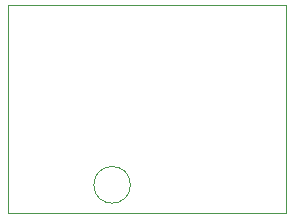
<source format=gbr>
%TF.GenerationSoftware,KiCad,Pcbnew,8.0.4-8.0.4-0~ubuntu22.04.1*%
%TF.CreationDate,2024-09-04T03:05:11+05:30*%
%TF.ProjectId,microphone_smd.step,6d696372-6f70-4686-9f6e-655f736d642e,v01*%
%TF.SameCoordinates,Original*%
%TF.FileFunction,Paste,Top*%
%TF.FilePolarity,Positive*%
%FSLAX46Y46*%
G04 Gerber Fmt 4.6, Leading zero omitted, Abs format (unit mm)*
G04 Created by KiCad (PCBNEW 8.0.4-8.0.4-0~ubuntu22.04.1) date 2024-09-04 03:05:11*
%MOMM*%
%LPD*%
G01*
G04 APERTURE LIST*
%TA.AperFunction,Profile*%
%ADD10C,0.100000*%
%TD*%
G04 APERTURE END LIST*
D10*
X153800000Y-54600000D02*
X177400000Y-54600000D01*
X177400000Y-72200000D01*
X153800000Y-72200000D01*
X153800000Y-54600000D01*
X164200000Y-69800000D02*
G75*
G02*
X161100000Y-69800000I-1550000J0D01*
G01*
X161100000Y-69800000D02*
G75*
G02*
X164200000Y-69800000I1550000J0D01*
G01*
M02*

</source>
